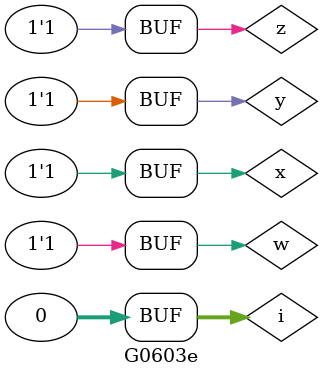
<source format=v>

module f1 (output r, input x,y,w,z);

	assign r = (~x&~w&z)|(~x&~y&w&~z)|(x&y&~w)|(x&~w&~z);

endmodule // f1

module f2 (output r, input x,y,w,z);

	assign r = (~x&~y&~w)|(y&~w&z)|(~x&w&z)|(x&y&w&z);

endmodule // f2

module f3 (output r, input x,y,w,z);

	assign r = (~x&~y&~w)|(y&w&z)|(w&~z);

endmodule // f3

module f4 (output r, input x,y,w,z);

	assign r = (~x&~w&~z)|(y&z&(x^w))|(w&~z);

endmodule // f4

module f5 (output r, input x,y,w,z);

	assign r = (~y&~w)|(~x&w&z)|(x&z&(y^w));

endmodule // f5

module G0603a;

	// Define data
	integer i = 0;
	reg x = 1'b0;
	reg y = 1'b0;
	reg z = 1'b0;
	reg w = 1'b0;
	wire r;

	f1 F1 (r, x,y,w,z);

	// Actions
	initial
		begin : main

			$display ("\nG0603a -\n");

			$display ("f(x,y,z,w) = m (1,2,5,8,12,13)\n");

			$monitor ("#%0d\t | %b %b %b %b | %b", i, x,y,w,z, r);
			#1 z = 1'b1; i++;
			#1 w = 1'b1; z = 1'b0; i++;
			#1 w = 1'b1; z = 1'b1; i++;
			#1 y = 1'b1; w = 1'b0; z = 1'b0; i++;
			#1 y = 1'b1; w = 1'b0; z = 1'b1; i++;
			#1 y = 1'b1; w = 1'b1; z = 1'b0; i++;
			#1 y = 1'b1; w = 1'b1; z = 1'b1; i++;
			#1 x = 1'b1; y = 1'b0; w = 1'b0; z = 1'b0; i++;
			#1 x = 1'b1; y = 1'b0; w = 1'b0; z = 1'b1; i++;
			#1 x = 1'b1; y = 1'b0; w = 1'b1; z = 1'b0; i++;
			#1 x = 1'b1; y = 1'b0; w = 1'b1; z = 1'b1; i++;
			#1 x = 1'b1; y = 1'b1; w = 1'b0; z = 1'b0; i++;
			#1 x = 1'b1; y = 1'b1; w = 1'b0; z = 1'b1; i++;
			#1 x = 1'b1; y = 1'b1; w = 1'b1; z = 1'b0; i++;
			#1 x = 1'b1; y = 1'b1; w = 1'b1; z = 1'b1; i++;

		end // main

endmodule // G0603a

module G0603b;

	// Define data
	integer i = 0;
	reg x = 1'b0;
	reg y = 1'b0;
	reg z = 1'b0;
	reg w = 1'b0;
	wire r;

	f2 F2 (r, x,y,w,z);

	// Actions
	initial
		begin : main

			#20$display ("\nG0603b -\n");

			$display ("f(x,y,z,w) = m (0,1,3,5,7,13,15)\n");

			$monitor ("#%0d\t | %b %b %b %b | %b", i, x,y,w,z, r);
			#1 z = 1'b1; i++;
			#1 w = 1'b1; z = 1'b0; i++;
			#1 w = 1'b1; z = 1'b1; i++;
			#1 y = 1'b1; w = 1'b0; z = 1'b0; i++;
			#1 y = 1'b1; w = 1'b0; z = 1'b1; i++;
			#1 y = 1'b1; w = 1'b1; z = 1'b0; i++;
			#1 y = 1'b1; w = 1'b1; z = 1'b1; i++;
			#1 x = 1'b1; y = 1'b0; w = 1'b0; z = 1'b0; i++;
			#1 x = 1'b1; y = 1'b0; w = 1'b0; z = 1'b1; i++;
			#1 x = 1'b1; y = 1'b0; w = 1'b1; z = 1'b0; i++;
			#1 x = 1'b1; y = 1'b0; w = 1'b1; z = 1'b1; i++;
			#1 x = 1'b1; y = 1'b1; w = 1'b0; z = 1'b0; i++;
			#1 x = 1'b1; y = 1'b1; w = 1'b0; z = 1'b1; i++;
			#1 x = 1'b1; y = 1'b1; w = 1'b1; z = 1'b0; i++;
			#1 x = 1'b1; y = 1'b1; w = 1'b1; z = 1'b1; i++;

		end // main

endmodule // G0603b

module G0603c;

	// Define data
	integer i = 0;
	reg x = 1'b0;
	reg y = 1'b0;
	reg z = 1'b0;
	reg w = 1'b0;
	wire r;

	f3 F3 (r, x,y,w,z);

	// Actions
	initial
		begin : main

			#40$display ("\nG0603c -\n");

			$display ("f(x,y,z,w) = m (0,1,2,6,7,10,14,15)\n");

			$monitor ("#%0d\t | %b %b %b %b | %b", i, x,y,w,z, r);
			#1 z = 1'b1; i++;
			#1 w = 1'b1; z = 1'b0; i++;
			#1 w = 1'b1; z = 1'b1; i++;
			#1 y = 1'b1; w = 1'b0; z = 1'b0; i++;
			#1 y = 1'b1; w = 1'b0; z = 1'b1; i++;
			#1 y = 1'b1; w = 1'b1; z = 1'b0; i++;
			#1 y = 1'b1; w = 1'b1; z = 1'b1; i++;
			#1 x = 1'b1; y = 1'b0; w = 1'b0; z = 1'b0; i++;
			#1 x = 1'b1; y = 1'b0; w = 1'b0; z = 1'b1; i++;
			#1 x = 1'b1; y = 1'b0; w = 1'b1; z = 1'b0; i++;
			#1 x = 1'b1; y = 1'b0; w = 1'b1; z = 1'b1; i++;
			#1 x = 1'b1; y = 1'b1; w = 1'b0; z = 1'b0; i++;
			#1 x = 1'b1; y = 1'b1; w = 1'b0; z = 1'b1; i++;
			#1 x = 1'b1; y = 1'b1; w = 1'b1; z = 1'b0; i++;
			#1 x = 1'b1; y = 1'b1; w = 1'b1; z = 1'b1; i++;

		end // main

endmodule // G0603c

module G0603d;

	// Define data
	integer i = 0;
	reg x = 1'b0;
	reg y = 1'b0;
	reg z = 1'b0;
	reg w = 1'b0;
	wire r;

	f4 F4 (r, x,y,w,z);

	// Actions
	initial
		begin : main

			#60$display ("\nG0603d -\n");

			$display ("f(x,y,z,w) = m (0,2,4,6,7,10,13,14)\n");

			$monitor ("#%0d\t | %b %b %b %b | %b", i, x,y,w,z, r);
			#1 z = 1'b1; i++;
			#1 w = 1'b1; z = 1'b0; i++;
			#1 w = 1'b1; z = 1'b1; i++;
			#1 y = 1'b1; w = 1'b0; z = 1'b0; i++;
			#1 y = 1'b1; w = 1'b0; z = 1'b1; i++;
			#1 y = 1'b1; w = 1'b1; z = 1'b0; i++;
			#1 y = 1'b1; w = 1'b1; z = 1'b1; i++;
			#1 x = 1'b1; y = 1'b0; w = 1'b0; z = 1'b0; i++;
			#1 x = 1'b1; y = 1'b0; w = 1'b0; z = 1'b1; i++;
			#1 x = 1'b1; y = 1'b0; w = 1'b1; z = 1'b0; i++;
			#1 x = 1'b1; y = 1'b0; w = 1'b1; z = 1'b1; i++;
			#1 x = 1'b1; y = 1'b1; w = 1'b0; z = 1'b0; i++;
			#1 x = 1'b1; y = 1'b1; w = 1'b0; z = 1'b1; i++;
			#1 x = 1'b1; y = 1'b1; w = 1'b1; z = 1'b0; i++;
			#1 x = 1'b1; y = 1'b1; w = 1'b1; z = 1'b1; i++;

		end // main

endmodule // G0603d

module G0603e;

	// Define data
	integer i = 0;
	reg x = 1'b0;
	reg y = 1'b0;
	reg z = 1'b0;
	reg w = 1'b0;
	wire r;

	f5 F5 (r, x,y,w,z);

	// Actions
	initial
		begin : main

			#80$display ("\nG0603e -\n");

			$display ("f(x,y,z,w) = m (0,1,3,7,8,9,11,13)\n");

			$monitor ("#%0d\t | %b %b %b %b | %b", i, x,y,w,z, r);
			#1 z = 1'b1; i++;
			#1 w = 1'b1; z = 1'b0; i++;
			#1 w = 1'b1; z = 1'b1; i++;
			#1 y = 1'b1; w = 1'b0; z = 1'b0; i++;
			#1 y = 1'b1; w = 1'b0; z = 1'b1; i++;
			#1 y = 1'b1; w = 1'b1; z = 1'b0; i++;
			#1 y = 1'b1; w = 1'b1; z = 1'b1; i++;
			#1 x = 1'b1; y = 1'b0; w = 1'b0; z = 1'b0; i++;
			#1 x = 1'b1; y = 1'b0; w = 1'b0; z = 1'b1; i++;
			#1 x = 1'b1; y = 1'b0; w = 1'b1; z = 1'b0; i++;
			#1 x = 1'b1; y = 1'b0; w = 1'b1; z = 1'b1; i++;
			#1 x = 1'b1; y = 1'b1; w = 1'b0; z = 1'b0; i++;
			#1 x = 1'b1; y = 1'b1; w = 1'b0; z = 1'b1; i++;
			#1 x = 1'b1; y = 1'b1; w = 1'b1; z = 1'b0; i++;
			#1 x = 1'b1; y = 1'b1; w = 1'b1; z = 1'b1; i++;

		end // main

endmodule // G0603e

</source>
